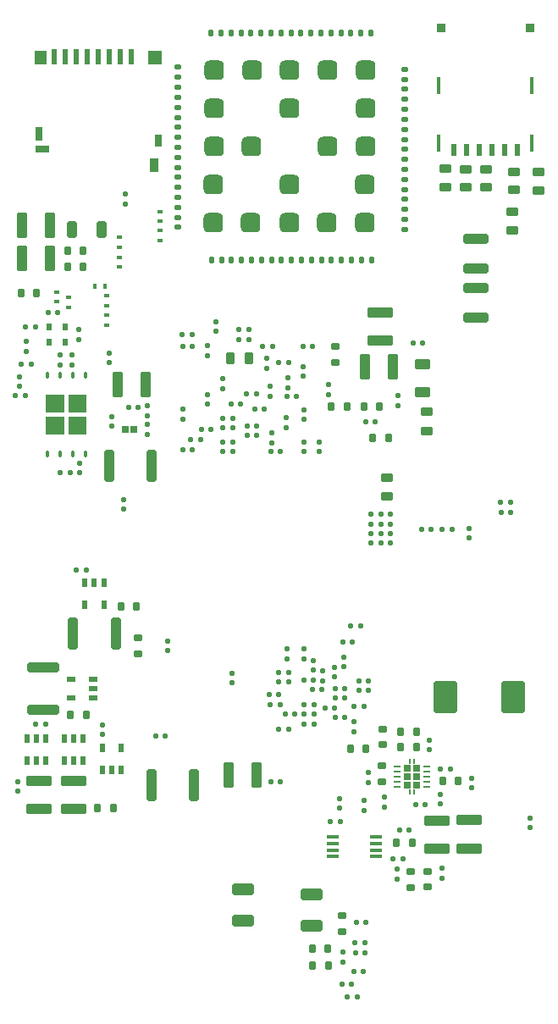
<source format=gbr>
G04 #@! TF.GenerationSoftware,KiCad,Pcbnew,7.0.1*
G04 #@! TF.CreationDate,2024-07-31T19:39:54-07:00*
G04 #@! TF.ProjectId,DFTBoard,44465442-6f61-4726-942e-6b696361645f,rev?*
G04 #@! TF.SameCoordinates,Original*
G04 #@! TF.FileFunction,Paste,Bot*
G04 #@! TF.FilePolarity,Positive*
%FSLAX46Y46*%
G04 Gerber Fmt 4.6, Leading zero omitted, Abs format (unit mm)*
G04 Created by KiCad (PCBNEW 7.0.1) date 2024-07-31 19:39:54*
%MOMM*%
%LPD*%
G01*
G04 APERTURE LIST*
G04 Aperture macros list*
%AMRoundRect*
0 Rectangle with rounded corners*
0 $1 Rounding radius*
0 $2 $3 $4 $5 $6 $7 $8 $9 X,Y pos of 4 corners*
0 Add a 4 corners polygon primitive as box body*
4,1,4,$2,$3,$4,$5,$6,$7,$8,$9,$2,$3,0*
0 Add four circle primitives for the rounded corners*
1,1,$1+$1,$2,$3*
1,1,$1+$1,$4,$5*
1,1,$1+$1,$6,$7*
1,1,$1+$1,$8,$9*
0 Add four rect primitives between the rounded corners*
20,1,$1+$1,$2,$3,$4,$5,0*
20,1,$1+$1,$4,$5,$6,$7,0*
20,1,$1+$1,$6,$7,$8,$9,0*
20,1,$1+$1,$8,$9,$2,$3,0*%
G04 Aperture macros list end*
%ADD10R,0.497600X0.697600*%
%ADD11RoundRect,0.071300X0.172500X-0.147500X0.172500X0.147500X-0.172500X0.147500X-0.172500X-0.147500X0*%
%ADD12RoundRect,0.071300X-0.147500X-0.172500X0.147500X-0.172500X0.147500X0.172500X-0.147500X0.172500X0*%
%ADD13RoundRect,0.071300X0.147500X0.172500X-0.147500X0.172500X-0.147500X-0.172500X0.147500X-0.172500X0*%
%ADD14RoundRect,0.071300X-0.172500X0.147500X-0.172500X-0.147500X0.172500X-0.147500X0.172500X0.147500X0*%
%ADD15RoundRect,0.142550X0.256250X-0.218750X0.256250X0.218750X-0.256250X0.218750X-0.256250X-0.218750X0*%
%ADD16RoundRect,0.173800X1.075000X-0.375000X1.075000X0.375000X-1.075000X0.375000X-1.075000X-0.375000X0*%
%ADD17RoundRect,0.173800X0.625000X-0.375000X0.625000X0.375000X-0.625000X0.375000X-0.625000X-0.375000X0*%
%ADD18RoundRect,0.173800X-1.075000X0.375000X-1.075000X-0.375000X1.075000X-0.375000X1.075000X0.375000X0*%
%ADD19RoundRect,0.173800X-0.312500X-1.450000X0.312500X-1.450000X0.312500X1.450000X-0.312500X1.450000X0*%
%ADD20R,0.497600X0.907600*%
%ADD21R,1.267600X0.317600*%
%ADD22RoundRect,0.173800X-0.375000X-1.075000X0.375000X-1.075000X0.375000X1.075000X-0.375000X1.075000X0*%
%ADD23RoundRect,0.142550X0.218750X0.256250X-0.218750X0.256250X-0.218750X-0.256250X0.218750X-0.256250X0*%
%ADD24RoundRect,0.167550X0.243750X0.456250X-0.243750X0.456250X-0.243750X-0.456250X0.243750X-0.456250X0*%
%ADD25R,0.640000X0.640000*%
%ADD26R,0.697600X0.127600*%
%ADD27R,0.127600X0.547600*%
%ADD28RoundRect,0.142550X-0.218750X-0.256250X0.218750X-0.256250X0.218750X0.256250X-0.218750X0.256250X0*%
%ADD29RoundRect,0.173800X-0.925000X0.412500X-0.925000X-0.412500X0.925000X-0.412500X0.925000X0.412500X0*%
%ADD30RoundRect,0.173800X0.375000X1.075000X-0.375000X1.075000X-0.375000X-1.075000X0.375000X-1.075000X0*%
%ADD31RoundRect,0.173800X0.312500X1.450000X-0.312500X1.450000X-0.312500X-1.450000X0.312500X-1.450000X0*%
%ADD32R,0.650000X0.750000*%
%ADD33R,0.097600X0.347600*%
%ADD34RoundRect,0.167550X0.456250X-0.243750X0.456250X0.243750X-0.456250X0.243750X-0.456250X-0.243750X0*%
%ADD35R,0.547600X1.597600*%
%ADD36R,1.147600X1.347600*%
%ADD37R,1.347600X1.347600*%
%ADD38R,0.647600X1.247600*%
%ADD39R,0.847600X1.397600*%
%ADD40R,1.347600X0.647600*%
%ADD41R,0.647600X1.347600*%
%ADD42RoundRect,0.173800X0.925000X-0.412500X0.925000X0.412500X-0.925000X0.412500X-0.925000X-0.412500X0*%
%ADD43RoundRect,0.167550X-0.456250X0.243750X-0.456250X-0.243750X0.456250X-0.243750X0.456250X0.243750X0*%
%ADD44RoundRect,0.173800X-1.450000X0.312500X-1.450000X-0.312500X1.450000X-0.312500X1.450000X0.312500X0*%
%ADD45R,0.907600X0.497600*%
%ADD46RoundRect,0.148800X0.000000X0.250000X0.000000X-0.250000X0.000000X-0.250000X0.000000X0.250000X0*%
%ADD47RoundRect,0.058800X-0.185000X0.135000X-0.185000X-0.135000X0.185000X-0.135000X0.185000X0.135000X0*%
%ADD48RoundRect,0.173800X1.100000X-0.325000X1.100000X0.325000X-1.100000X0.325000X-1.100000X-0.325000X0*%
%ADD49RoundRect,0.148800X0.225000X0.250000X-0.225000X0.250000X-0.225000X-0.250000X0.225000X-0.250000X0*%
%ADD50RoundRect,0.148800X-0.225000X-0.250000X0.225000X-0.250000X0.225000X0.250000X-0.225000X0.250000X0*%
%ADD51RoundRect,0.058800X0.185000X-0.135000X0.185000X0.135000X-0.185000X0.135000X-0.185000X-0.135000X0*%
%ADD52RoundRect,0.063800X-0.170000X0.140000X-0.170000X-0.140000X0.170000X-0.140000X0.170000X0.140000X0*%
%ADD53RoundRect,0.173800X-1.100000X0.325000X-1.100000X-0.325000X1.100000X-0.325000X1.100000X0.325000X0*%
%ADD54RoundRect,0.173800X0.450000X-0.262500X0.450000X0.262500X-0.450000X0.262500X-0.450000X-0.262500X0*%
%ADD55RoundRect,0.058800X0.135000X0.185000X-0.135000X0.185000X-0.135000X-0.185000X0.135000X-0.185000X0*%
%ADD56RoundRect,0.063800X0.170000X-0.140000X0.170000X0.140000X-0.170000X0.140000X-0.170000X-0.140000X0*%
%ADD57RoundRect,0.173800X-0.325000X-0.650000X0.325000X-0.650000X0.325000X0.650000X-0.325000X0.650000X0*%
%ADD58RoundRect,0.073800X-0.150000X0.250000X-0.150000X-0.250000X0.150000X-0.250000X0.150000X0.250000X0*%
%ADD59RoundRect,0.073800X0.250000X0.150000X-0.250000X0.150000X-0.250000X-0.150000X0.250000X-0.150000X0*%
%ADD60RoundRect,0.073800X0.150000X-0.250000X0.150000X0.250000X-0.150000X0.250000X-0.150000X-0.250000X0*%
%ADD61RoundRect,0.073800X-0.250000X-0.150000X0.250000X-0.150000X0.250000X0.150000X-0.250000X0.150000X0*%
%ADD62RoundRect,0.448800X-0.525000X0.525000X-0.525000X-0.525000X0.525000X-0.525000X0.525000X0.525000X0*%
%ADD63RoundRect,0.173800X1.000000X-1.400000X1.000000X1.400000X-1.000000X1.400000X-1.000000X-1.400000X0*%
%ADD64R,0.330200X1.651000*%
%ADD65R,0.877600X0.838200*%
%ADD66R,0.508000X1.143000*%
%ADD67RoundRect,0.173800X-0.450000X0.262500X-0.450000X-0.262500X0.450000X-0.262500X0.450000X0.262500X0*%
G04 APERTURE END LIST*
G36*
X107884554Y-102557810D02*
G01*
X106057720Y-102557810D01*
X106057720Y-100805976D01*
X107884554Y-100805976D01*
X107884554Y-102557810D01*
G37*
G36*
X105642277Y-102557810D02*
G01*
X103815443Y-102557810D01*
X103815443Y-100805976D01*
X105642277Y-100805976D01*
X105642277Y-102557810D01*
G37*
G36*
X107884554Y-104725087D02*
G01*
X106057720Y-104725087D01*
X106057720Y-102973253D01*
X107884554Y-102973253D01*
X107884554Y-104725087D01*
G37*
G36*
X105642277Y-104725087D02*
G01*
X103815443Y-104725087D01*
X103815443Y-102973253D01*
X105642277Y-102973253D01*
X105642277Y-104725087D01*
G37*
D10*
X105775000Y-95540533D03*
X104125000Y-95540533D03*
X104125000Y-93990533D03*
X105775000Y-93990533D03*
D11*
X111580000Y-112225000D03*
X111580000Y-111255000D03*
D12*
X130440000Y-130275000D03*
X131410000Y-130275000D03*
X132740000Y-131125000D03*
X133710000Y-131125000D03*
X129640000Y-131775000D03*
X130610000Y-131775000D03*
X134640000Y-131925000D03*
X135610000Y-131925000D03*
X129640000Y-132725000D03*
X130610000Y-132725000D03*
D11*
X132625000Y-129010000D03*
X132625000Y-128040000D03*
D13*
X132660000Y-132075000D03*
X131690000Y-132075000D03*
D12*
X132740000Y-130175000D03*
X133710000Y-130175000D03*
D13*
X133710000Y-133025000D03*
X132740000Y-133025000D03*
D11*
X130525000Y-128310000D03*
X130525000Y-127340000D03*
D12*
X129590000Y-129325000D03*
X130560000Y-129325000D03*
D13*
X128060000Y-128525000D03*
X127090000Y-128525000D03*
D14*
X107200000Y-107630533D03*
X107200000Y-108600533D03*
D12*
X100765000Y-100875000D03*
X101735000Y-100875000D03*
D13*
X119275000Y-105270000D03*
X118305000Y-105270000D03*
D15*
X113055000Y-126652500D03*
X113055000Y-125077500D03*
D16*
X106555000Y-142215000D03*
X106555000Y-139415000D03*
D17*
X141430000Y-100540000D03*
X141430000Y-97740000D03*
D18*
X146130000Y-143315000D03*
X146130000Y-146115000D03*
D19*
X106517500Y-124690000D03*
X110792500Y-124690000D03*
D12*
X106870000Y-118290000D03*
X107840000Y-118290000D03*
D11*
X117525000Y-103210000D03*
X117525000Y-102240000D03*
D13*
X140140000Y-144265000D03*
X139170000Y-144265000D03*
X128060000Y-134225000D03*
X127090000Y-134225000D03*
D12*
X101765000Y-93965533D03*
X102735000Y-93965533D03*
D20*
X107530000Y-137315000D03*
X106580000Y-137315000D03*
X105630000Y-137315000D03*
X105630000Y-135115000D03*
X106580000Y-135115000D03*
X107530000Y-135115000D03*
D14*
X124075000Y-94290000D03*
X124075000Y-95260000D03*
D12*
X140495000Y-95640000D03*
X141465000Y-95640000D03*
D11*
X135627076Y-142322836D03*
X135627076Y-141352836D03*
D12*
X132244576Y-143462836D03*
X133214576Y-143462836D03*
D11*
X127925000Y-127160000D03*
X127925000Y-126190000D03*
X115975000Y-126360000D03*
X115975000Y-125390000D03*
D14*
X122475000Y-105490000D03*
X122475000Y-106460000D03*
D13*
X120325000Y-104280000D03*
X119355000Y-104280000D03*
D11*
X152225000Y-144060000D03*
X152225000Y-143090000D03*
D21*
X136807500Y-144990000D03*
X136807500Y-145640000D03*
X136807500Y-146290000D03*
X136807500Y-146940000D03*
X132477500Y-146940000D03*
X132477500Y-146290000D03*
X132477500Y-145640000D03*
X132477500Y-144990000D03*
D14*
X122375000Y-128590000D03*
X122375000Y-129560000D03*
X132060000Y-99785000D03*
X132060000Y-100755000D03*
X129575000Y-102290000D03*
X129575000Y-103260000D03*
D22*
X135680000Y-97940000D03*
X138480000Y-97940000D03*
D13*
X118420000Y-94800000D03*
X117450000Y-94800000D03*
D23*
X135819413Y-136174413D03*
X134244413Y-136174413D03*
D16*
X103080000Y-142165000D03*
X103080000Y-139365000D03*
D11*
X101850000Y-96450533D03*
X101850000Y-95480533D03*
D24*
X124112500Y-97175000D03*
X122237500Y-97175000D03*
D14*
X119975000Y-100740000D03*
X119975000Y-101710000D03*
D12*
X125490000Y-95975000D03*
X126460000Y-95975000D03*
D14*
X123075000Y-94290000D03*
X123075000Y-95260000D03*
D13*
X130460000Y-95975000D03*
X129490000Y-95975000D03*
D14*
X111790000Y-80735000D03*
X111790000Y-81705000D03*
D13*
X118460000Y-95975000D03*
X117490000Y-95975000D03*
D14*
X120775000Y-93490000D03*
X120775000Y-94460000D03*
X119975000Y-95890000D03*
X119975000Y-96860000D03*
D12*
X127090000Y-97575000D03*
X128060000Y-97575000D03*
D13*
X122460000Y-103125000D03*
X121490000Y-103125000D03*
X123260000Y-101675000D03*
X122290000Y-101675000D03*
D11*
X127850000Y-104060000D03*
X127850000Y-103090000D03*
D14*
X126225000Y-99940000D03*
X126225000Y-100910000D03*
D13*
X128860000Y-100975000D03*
X127890000Y-100975000D03*
X118435000Y-106275000D03*
X117465000Y-106275000D03*
X127260000Y-106475000D03*
X126290000Y-106475000D03*
D11*
X137645000Y-141966250D03*
X137645000Y-140996250D03*
D14*
X133575000Y-126990000D03*
X133575000Y-127960000D03*
D13*
X125660000Y-102225000D03*
X124690000Y-102225000D03*
D25*
X139925000Y-138111250D03*
X139925000Y-138971250D03*
X139925000Y-139831250D03*
X140885000Y-138111250D03*
X140885000Y-138971250D03*
X140885000Y-139831250D03*
D26*
X138930000Y-139971250D03*
X138930000Y-139471250D03*
X138930000Y-138971250D03*
X138930000Y-138471250D03*
X138930000Y-137971250D03*
X141880000Y-137971250D03*
X141880000Y-138471250D03*
X141880000Y-138971250D03*
X141880000Y-139471250D03*
X141880000Y-139971250D03*
D27*
X140155000Y-137421250D03*
X140155000Y-140521250D03*
X140655000Y-137421250D03*
X140655000Y-140521250D03*
D14*
X146345000Y-139096250D03*
X146345000Y-140066250D03*
D11*
X143245000Y-141666250D03*
X143245000Y-140696250D03*
D28*
X143457500Y-139381250D03*
X145032500Y-139381250D03*
D11*
X142105000Y-136256250D03*
X142105000Y-135286250D03*
D28*
X139257500Y-134481250D03*
X140832500Y-134481250D03*
X139257500Y-135981250D03*
X140832500Y-135981250D03*
D12*
X140760000Y-141781250D03*
X141730000Y-141781250D03*
D15*
X137445000Y-135768750D03*
X137445000Y-134193750D03*
X137375000Y-139462500D03*
X137375000Y-137887500D03*
D12*
X133490000Y-125475000D03*
X134460000Y-125475000D03*
D13*
X135260000Y-123875000D03*
X134290000Y-123875000D03*
D11*
X138220000Y-113705000D03*
X138220000Y-112735000D03*
X138220000Y-115605000D03*
X138220000Y-114635000D03*
X136320000Y-113705000D03*
X136320000Y-112735000D03*
X136320000Y-115605000D03*
X136320000Y-114635000D03*
X137280000Y-113705000D03*
X137280000Y-112735000D03*
X137280000Y-115595000D03*
X137280000Y-114625000D03*
D13*
X122460000Y-104075000D03*
X121490000Y-104075000D03*
D11*
X121475000Y-106460000D03*
X121475000Y-105490000D03*
D15*
X142000000Y-150000000D03*
X142000000Y-148425000D03*
D13*
X135710000Y-156550000D03*
X134740000Y-156550000D03*
D12*
X134865000Y-153525000D03*
X135835000Y-153525000D03*
D11*
X138950000Y-149192500D03*
X138950000Y-148222500D03*
D12*
X134715000Y-155550000D03*
X135685000Y-155550000D03*
D14*
X133500000Y-156490000D03*
X133500000Y-157460000D03*
D12*
X134605000Y-158400000D03*
X135575000Y-158400000D03*
D28*
X130462500Y-157800000D03*
X132037500Y-157800000D03*
D14*
X139000000Y-100865000D03*
X139000000Y-101835000D03*
X133200000Y-141165000D03*
X133200000Y-142135000D03*
D11*
X136080000Y-139515000D03*
X136080000Y-138545000D03*
X143425000Y-149097500D03*
X143425000Y-148127500D03*
D12*
X133940000Y-161000000D03*
X134910000Y-161000000D03*
D15*
X133400000Y-154412500D03*
X133400000Y-152837500D03*
D23*
X132025000Y-156175000D03*
X130450000Y-156175000D03*
D15*
X140300000Y-150050000D03*
X140300000Y-148475000D03*
D29*
X123475000Y-150250000D03*
X123475000Y-153325000D03*
D14*
X110430000Y-102955000D03*
X110430000Y-103925000D03*
D13*
X128060000Y-129475000D03*
X127090000Y-129475000D03*
X127110000Y-130775000D03*
X126140000Y-130775000D03*
D12*
X135090000Y-129375000D03*
X136060000Y-129375000D03*
D22*
X122055000Y-138765000D03*
X124855000Y-138765000D03*
D30*
X104250000Y-83875000D03*
X101450000Y-83875000D03*
D28*
X135587500Y-101975000D03*
X137162500Y-101975000D03*
D11*
X125925000Y-98135000D03*
X125925000Y-97165000D03*
D20*
X101930000Y-135115000D03*
X102880000Y-135115000D03*
X103830000Y-135115000D03*
X103830000Y-137315000D03*
X102880000Y-137315000D03*
X101930000Y-137315000D03*
D31*
X118617500Y-139815000D03*
X114342500Y-139815000D03*
D23*
X110567500Y-142065000D03*
X108992500Y-142065000D03*
D20*
X111330000Y-138265000D03*
X110380000Y-138265000D03*
X109430000Y-138265000D03*
X109430000Y-136065000D03*
X111330000Y-136065000D03*
D13*
X103765000Y-133715000D03*
X102795000Y-133715000D03*
D11*
X101000000Y-140410000D03*
X101000000Y-139440000D03*
D32*
X112555000Y-104265000D03*
X111755000Y-104265000D03*
D33*
X111405000Y-103315000D03*
X111905000Y-103315000D03*
X112405000Y-103315000D03*
X112905000Y-103315000D03*
X112905000Y-105215000D03*
X112405000Y-105215000D03*
X111905000Y-105215000D03*
X111405000Y-105215000D03*
D13*
X113015000Y-102046250D03*
X112045000Y-102046250D03*
D11*
X113955000Y-102850000D03*
X113955000Y-101880000D03*
D14*
X113955000Y-103780000D03*
X113955000Y-104750000D03*
D30*
X104250000Y-87175000D03*
X101450000Y-87175000D03*
D12*
X126282924Y-139492164D03*
X127252924Y-139492164D03*
D13*
X139485000Y-147150000D03*
X138515000Y-147150000D03*
D11*
X105250000Y-97800533D03*
X105250000Y-96830533D03*
X107050000Y-95250533D03*
X107050000Y-94280533D03*
X106450000Y-97800533D03*
X106450000Y-96830533D03*
D13*
X104985000Y-92550000D03*
X104015000Y-92550000D03*
D28*
X136462500Y-105125000D03*
X138037500Y-105125000D03*
D34*
X137880000Y-110908750D03*
X137880000Y-109033750D03*
D12*
X135790000Y-103500000D03*
X136760000Y-103500000D03*
D20*
X107705000Y-119590000D03*
X108655000Y-119590000D03*
X109605000Y-119590000D03*
X109605000Y-121790000D03*
X107705000Y-121790000D03*
D28*
X111312500Y-121900000D03*
X112887500Y-121900000D03*
D14*
X146123750Y-114155000D03*
X146123750Y-115125000D03*
D12*
X133415000Y-159700000D03*
X134385000Y-159700000D03*
D14*
X131175000Y-105490000D03*
X131175000Y-106460000D03*
D11*
X121460000Y-100145000D03*
X121460000Y-99175000D03*
D13*
X144230000Y-138181250D03*
X143260000Y-138181250D03*
D35*
X112300000Y-66990000D03*
X111200000Y-66990000D03*
X110100000Y-66990000D03*
X109000000Y-66990000D03*
X107900000Y-66990000D03*
D36*
X103300000Y-67115000D03*
D35*
X106800000Y-66990000D03*
D37*
X114750000Y-67115000D03*
D38*
X115075000Y-75365000D03*
D35*
X105700000Y-66990000D03*
X104600000Y-66990000D03*
D39*
X114600000Y-77790000D03*
D40*
X103450000Y-76215000D03*
D41*
X103125000Y-74715000D03*
D42*
X130350000Y-153837500D03*
X130350000Y-150762500D03*
D43*
X141880000Y-102502500D03*
X141880000Y-104377500D03*
D28*
X138855000Y-145565000D03*
X140430000Y-145565000D03*
D19*
X110117500Y-107865000D03*
X114392500Y-107865000D03*
D13*
X127210000Y-131725000D03*
X126240000Y-131725000D03*
D14*
X129575000Y-105490000D03*
X129575000Y-106460000D03*
X123925000Y-103890000D03*
X123925000Y-104860000D03*
D13*
X124860000Y-100725000D03*
X123890000Y-100725000D03*
D11*
X129500000Y-98935000D03*
X129500000Y-97965000D03*
D15*
X132775000Y-97562500D03*
X132775000Y-95987500D03*
D16*
X137205000Y-95340000D03*
X137205000Y-92540000D03*
D28*
X132337500Y-101975000D03*
X133912500Y-101975000D03*
D12*
X135090000Y-130325000D03*
X136060000Y-130325000D03*
D11*
X131475000Y-129360000D03*
X131475000Y-128390000D03*
D18*
X142880000Y-143365000D03*
X142880000Y-146165000D03*
D11*
X127975000Y-100060000D03*
X127975000Y-99090000D03*
X124875000Y-104860000D03*
X124875000Y-103890000D03*
D14*
X126375000Y-104590000D03*
X126375000Y-105560000D03*
D12*
X105265000Y-108565533D03*
X106235000Y-108565533D03*
X129640000Y-133675000D03*
X130610000Y-133675000D03*
D14*
X134625000Y-133490000D03*
X134625000Y-134460000D03*
D11*
X129575000Y-127160000D03*
X129575000Y-126190000D03*
D13*
X128710000Y-132725000D03*
X127740000Y-132725000D03*
D12*
X141346250Y-114215000D03*
X142316250Y-114215000D03*
X143446250Y-114215000D03*
X144416250Y-114215000D03*
D13*
X150275000Y-112570000D03*
X149305000Y-112570000D03*
D30*
X113780000Y-99796250D03*
X110980000Y-99796250D03*
D11*
X109455000Y-134750000D03*
X109455000Y-133780000D03*
D44*
X103555000Y-128027500D03*
X103555000Y-132302500D03*
D45*
X108555000Y-129215000D03*
X108555000Y-130165000D03*
X108555000Y-131115000D03*
X106355000Y-131115000D03*
X106355000Y-129215000D03*
D28*
X106267500Y-132765000D03*
X107842500Y-132765000D03*
D14*
X110125000Y-96590000D03*
X110125000Y-97560000D03*
D12*
X114790000Y-134875000D03*
X115760000Y-134875000D03*
D13*
X150245000Y-111500000D03*
X149275000Y-111500000D03*
D12*
X101365000Y-97765533D03*
X102335000Y-97765533D03*
D46*
X103945000Y-98865533D03*
X105215000Y-98865533D03*
X106485000Y-98865533D03*
X107755000Y-98865533D03*
X107755000Y-106665533D03*
X106485000Y-106665533D03*
X105215000Y-106665533D03*
X103945000Y-106665533D03*
D14*
X101150000Y-98990000D03*
X101150000Y-99960000D03*
D47*
X109900000Y-92815000D03*
X109900000Y-93835000D03*
D48*
X146760000Y-93030000D03*
X146760000Y-90080000D03*
D49*
X102900000Y-90650000D03*
X101350000Y-90650000D03*
D50*
X105975000Y-86350000D03*
X107525000Y-86350000D03*
D51*
X106075000Y-92060000D03*
X106075000Y-91040000D03*
D52*
X104875000Y-90500000D03*
X104875000Y-91460000D03*
D53*
X146770000Y-85210000D03*
X146770000Y-88160000D03*
D54*
X145800000Y-80050000D03*
X145800000Y-78225000D03*
D55*
X109710000Y-89900000D03*
X108690000Y-89900000D03*
D54*
X150570000Y-80302500D03*
X150570000Y-78477500D03*
D56*
X115252000Y-85341372D03*
X115252000Y-84381372D03*
D50*
X105975000Y-88000000D03*
X107525000Y-88000000D03*
D57*
X106400000Y-84225000D03*
X109350000Y-84225000D03*
D58*
X120310000Y-64650000D03*
X121310000Y-64650000D03*
X122310000Y-64650000D03*
X123310000Y-64650000D03*
X124310000Y-64650000D03*
X125310000Y-64650000D03*
X126310000Y-64650000D03*
X127310000Y-64650000D03*
X128310000Y-64650000D03*
X129310000Y-64650000D03*
X130310000Y-64650000D03*
X131310000Y-64650000D03*
X132310000Y-64650000D03*
X133310000Y-64650000D03*
X134310000Y-64650000D03*
X135310000Y-64650000D03*
X136310000Y-64650000D03*
D59*
X139660000Y-68250000D03*
X139660000Y-69250000D03*
X139660000Y-70250000D03*
X139660000Y-71250000D03*
X139660000Y-72250000D03*
X139660000Y-73250000D03*
X139660000Y-74250000D03*
X139660000Y-75250000D03*
X139660000Y-76250000D03*
X139660000Y-77250000D03*
X139660000Y-78250000D03*
X139660000Y-79250000D03*
X139660000Y-80250000D03*
X139660000Y-81250000D03*
X139660000Y-82250000D03*
X139660000Y-83250000D03*
X139660000Y-84250000D03*
D60*
X136360000Y-87350000D03*
X135360000Y-87350000D03*
X134360000Y-87350000D03*
X133360000Y-87350000D03*
X132360000Y-87350000D03*
X131360000Y-87350000D03*
X130360000Y-87350000D03*
X129360000Y-87350000D03*
X128360000Y-87350000D03*
X127360000Y-87350000D03*
X126360000Y-87350000D03*
X125360000Y-87350000D03*
X124360000Y-87350000D03*
X123360000Y-87350000D03*
X122360000Y-87350000D03*
X121360000Y-87350000D03*
X120360000Y-87350000D03*
D61*
X117010000Y-84050000D03*
X117010000Y-83050000D03*
X117010000Y-82050000D03*
X117010000Y-81050000D03*
X117010000Y-80050000D03*
X117010000Y-79050000D03*
X117010000Y-78050000D03*
X117010000Y-77050000D03*
X117010000Y-76050000D03*
X117010000Y-75050000D03*
X117010000Y-74050000D03*
X117010000Y-73050000D03*
X117010000Y-72050000D03*
X117010000Y-71050000D03*
X117010000Y-70050000D03*
X117010000Y-69050000D03*
X117010000Y-68050000D03*
D62*
X135810000Y-68350000D03*
X132010000Y-68350000D03*
X128210000Y-68350000D03*
X124410000Y-68350000D03*
X120610000Y-68350000D03*
X135760000Y-72150000D03*
X128210000Y-72150000D03*
X120610000Y-72150000D03*
X135760000Y-75950000D03*
X131960000Y-75950000D03*
X124360000Y-75950000D03*
X120610000Y-75950000D03*
X135710000Y-79750000D03*
X128160000Y-79750000D03*
X120560000Y-79750000D03*
X135710000Y-83550000D03*
X131910000Y-83550000D03*
X128160000Y-83550000D03*
X124310000Y-83550000D03*
X120560000Y-83550000D03*
D54*
X153060000Y-80342500D03*
X153060000Y-78517500D03*
D52*
X111150000Y-87070000D03*
X111150000Y-88030000D03*
D47*
X109900000Y-90865000D03*
X109900000Y-91885000D03*
D52*
X115247000Y-82451372D03*
X115247000Y-83411372D03*
X111150000Y-85045000D03*
X111150000Y-86005000D03*
D63*
X150557500Y-130960000D03*
X143757500Y-130960000D03*
D54*
X143750000Y-80025000D03*
X143750000Y-78200000D03*
D64*
X143100036Y-75600000D03*
X152429964Y-75600000D03*
X143100000Y-69850001D03*
X152430000Y-69850001D03*
D65*
X143300000Y-64130000D03*
X152230000Y-64130000D03*
D66*
X149670000Y-76270001D03*
X147130000Y-76270001D03*
X145860000Y-76270001D03*
X150940000Y-76270001D03*
X148400000Y-76270001D03*
X144590000Y-76270001D03*
D67*
X150410000Y-82527500D03*
X150410000Y-84352500D03*
D54*
X147850000Y-80050000D03*
X147850000Y-78225000D03*
M02*

</source>
